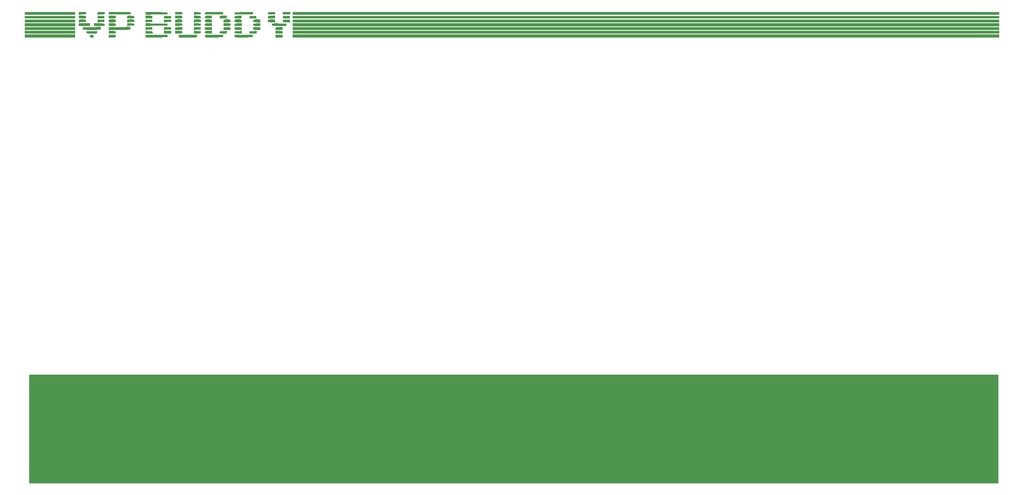
<source format=gbr>
%TF.GenerationSoftware,KiCad,Pcbnew,7.0.1-0*%
%TF.CreationDate,2023-05-06T11:58:54+02:00*%
%TF.ProjectId,video_patch_bay_top,76696465-6f5f-4706-9174-63685f626179,rev?*%
%TF.SameCoordinates,Original*%
%TF.FileFunction,Legend,Top*%
%TF.FilePolarity,Positive*%
%FSLAX46Y46*%
G04 Gerber Fmt 4.6, Leading zero omitted, Abs format (unit mm)*
G04 Created by KiCad (PCBNEW 7.0.1-0) date 2023-05-06 11:58:54*
%MOMM*%
%LPD*%
G01*
G04 APERTURE LIST*
%ADD10C,0.150000*%
G04 APERTURE END LIST*
D10*
X41456466Y-99822000D02*
X246484000Y-99822000D01*
X246484000Y-122656000D01*
X41456466Y-122656000D01*
X41456466Y-99822000D01*
G36*
X41456466Y-99822000D02*
G01*
X246484000Y-99822000D01*
X246484000Y-122656000D01*
X41456466Y-122656000D01*
X41456466Y-99822000D01*
G37*
%TO.C,G\u002A\u002A\u002A*%
G36*
X51092485Y-23267939D02*
G01*
X51092485Y-23575818D01*
X45743091Y-23575818D01*
X40393697Y-23575818D01*
X40393697Y-23267939D01*
X40393697Y-22960061D01*
X45743091Y-22960061D01*
X51092485Y-22960061D01*
X51092485Y-23267939D01*
G37*
G36*
X51092485Y-24076121D02*
G01*
X51092485Y-24345515D01*
X45743091Y-24345515D01*
X40393697Y-24345515D01*
X40393697Y-24076121D01*
X40393697Y-23806727D01*
X45743091Y-23806727D01*
X51092485Y-23806727D01*
X51092485Y-24076121D01*
G37*
G36*
X51092485Y-24845818D02*
G01*
X51092485Y-25115212D01*
X45743091Y-25115212D01*
X40393697Y-25115212D01*
X40393697Y-24845818D01*
X40393697Y-24576424D01*
X45743091Y-24576424D01*
X51092485Y-24576424D01*
X51092485Y-24845818D01*
G37*
G36*
X51092485Y-25654000D02*
G01*
X51092485Y-25961879D01*
X45743091Y-25961879D01*
X40393697Y-25961879D01*
X40393697Y-25654000D01*
X40393697Y-25346121D01*
X45743091Y-25346121D01*
X51092485Y-25346121D01*
X51092485Y-25654000D01*
G37*
G36*
X51092485Y-26462182D02*
G01*
X51092485Y-26731576D01*
X45743091Y-26731576D01*
X40393697Y-26731576D01*
X40393697Y-26462182D01*
X40393697Y-26192788D01*
X45743091Y-26192788D01*
X51092485Y-26192788D01*
X51092485Y-26462182D01*
G37*
G36*
X51092485Y-27231879D02*
G01*
X51092485Y-27501273D01*
X45743091Y-27501273D01*
X40393697Y-27501273D01*
X40393697Y-27231879D01*
X40393697Y-26962485D01*
X45743091Y-26962485D01*
X51092485Y-26962485D01*
X51092485Y-27231879D01*
G37*
G36*
X51092485Y-28040061D02*
G01*
X51092485Y-28347939D01*
X45743091Y-28347939D01*
X40393697Y-28347939D01*
X40393697Y-28040061D01*
X40393697Y-27732182D01*
X45743091Y-27732182D01*
X51092485Y-27732182D01*
X51092485Y-28040061D01*
G37*
G36*
X53387210Y-23210212D02*
G01*
X53363091Y-23460364D01*
X52612637Y-23482393D01*
X51862182Y-23504423D01*
X51862182Y-23232242D01*
X51862182Y-22960061D01*
X52636756Y-22960061D01*
X53411329Y-22960061D01*
X53387210Y-23210212D01*
G37*
G36*
X54171273Y-25615515D02*
G01*
X54171273Y-25884909D01*
X53016728Y-25884909D01*
X51862182Y-25884909D01*
X51862182Y-25615515D01*
X51862182Y-25346121D01*
X53016728Y-25346121D01*
X54171273Y-25346121D01*
X54171273Y-25615515D01*
G37*
G36*
X56153243Y-25363306D02*
G01*
X57288546Y-25384606D01*
X57312665Y-25634758D01*
X57336784Y-25884909D01*
X56177362Y-25884909D01*
X55017940Y-25884909D01*
X55017940Y-25613458D01*
X55017940Y-25342006D01*
X56153243Y-25363306D01*
G37*
G36*
X57288546Y-24807333D02*
G01*
X57288546Y-25076727D01*
X56533275Y-25098815D01*
X55778005Y-25120903D01*
X55802063Y-24829421D01*
X55826121Y-24537939D01*
X56557334Y-24537939D01*
X57288546Y-24537939D01*
X57288546Y-24807333D01*
G37*
G36*
X57312665Y-23210212D02*
G01*
X57288546Y-23460364D01*
X56538091Y-23482393D01*
X55787637Y-23504423D01*
X55787637Y-23232242D01*
X55787637Y-22960061D01*
X56562210Y-22960061D01*
X57336784Y-22960061D01*
X57312665Y-23210212D01*
G37*
G36*
X62849606Y-25362576D02*
G01*
X63600061Y-25384606D01*
X63600061Y-25615515D01*
X63600061Y-25846424D01*
X62849606Y-25868454D01*
X62099152Y-25890484D01*
X62099152Y-25615515D01*
X62099152Y-25340547D01*
X62849606Y-25362576D01*
G37*
G36*
X66698091Y-26978940D02*
G01*
X67448546Y-27000970D01*
X67472665Y-27251121D01*
X67496784Y-27501273D01*
X66722210Y-27501273D01*
X65947637Y-27501273D01*
X65947637Y-27229092D01*
X65947637Y-26956910D01*
X66698091Y-26978940D01*
G37*
G36*
X67448546Y-24807333D02*
G01*
X67448546Y-25076727D01*
X66693275Y-25098815D01*
X65938005Y-25120903D01*
X65962063Y-24829421D01*
X65986121Y-24537939D01*
X66717334Y-24537939D01*
X67448546Y-24537939D01*
X67448546Y-24807333D01*
G37*
G36*
X67448546Y-26423697D02*
G01*
X67448546Y-26693091D01*
X66693275Y-26715179D01*
X65938005Y-26737266D01*
X65962063Y-26445785D01*
X65986121Y-26154303D01*
X66717334Y-26154303D01*
X67448546Y-26154303D01*
X67448546Y-26423697D01*
G37*
G36*
X68275970Y-22978174D02*
G01*
X70604303Y-22998546D01*
X70604303Y-23229455D01*
X70604303Y-23460364D01*
X68275970Y-23480735D01*
X65947637Y-23501106D01*
X65947637Y-23229455D01*
X65947637Y-22957803D01*
X68275970Y-22978174D01*
G37*
G36*
X68275970Y-25364235D02*
G01*
X70604303Y-25384606D01*
X70604303Y-25615515D01*
X70604303Y-25846424D01*
X68275970Y-25866795D01*
X65947637Y-25887166D01*
X65947637Y-25615515D01*
X65947637Y-25343864D01*
X68275970Y-25364235D01*
G37*
G36*
X70604303Y-28040061D02*
G01*
X70604303Y-28309455D01*
X68271256Y-28329833D01*
X65938209Y-28350211D01*
X65962165Y-28060439D01*
X65986121Y-27770667D01*
X68295212Y-27770667D01*
X70604303Y-27770667D01*
X70604303Y-28040061D01*
G37*
G36*
X71374000Y-24807333D02*
G01*
X71374000Y-25076727D01*
X70618730Y-25098815D01*
X69863459Y-25120903D01*
X69887518Y-24829421D01*
X69911576Y-24537939D01*
X70642788Y-24537939D01*
X71374000Y-24537939D01*
X71374000Y-24807333D01*
G37*
G36*
X71374000Y-26423697D02*
G01*
X71374000Y-26693091D01*
X70618730Y-26715179D01*
X69863459Y-26737266D01*
X69887518Y-26445785D01*
X69911576Y-26154303D01*
X70642788Y-26154303D01*
X71374000Y-26154303D01*
X71374000Y-26423697D01*
G37*
G36*
X71412485Y-27231879D02*
G01*
X71412485Y-27501273D01*
X70642788Y-27501273D01*
X69873091Y-27501273D01*
X69873091Y-27231879D01*
X69873091Y-26962485D01*
X70642788Y-26962485D01*
X71412485Y-26962485D01*
X71412485Y-27231879D01*
G37*
G36*
X76935061Y-22976516D02*
G01*
X77685515Y-22998546D01*
X77685515Y-23229455D01*
X77685515Y-23460364D01*
X76935061Y-23482393D01*
X76184606Y-23504423D01*
X76184606Y-23229455D01*
X76184606Y-22954486D01*
X76935061Y-22976516D01*
G37*
G36*
X76935061Y-25362576D02*
G01*
X77685515Y-25384606D01*
X77685515Y-25615515D01*
X77685515Y-25846424D01*
X76935061Y-25868454D01*
X76184606Y-25890484D01*
X76184606Y-25615515D01*
X76184606Y-25340547D01*
X76935061Y-25362576D01*
G37*
G36*
X76935061Y-26978940D02*
G01*
X77685515Y-27000970D01*
X77685515Y-27231879D01*
X77685515Y-27462788D01*
X76935061Y-27484818D01*
X76184606Y-27506847D01*
X76184606Y-27231879D01*
X76184606Y-26956910D01*
X76935061Y-26978940D01*
G37*
G36*
X77685515Y-26423697D02*
G01*
X77685515Y-26693091D01*
X76930245Y-26715179D01*
X76174974Y-26737266D01*
X76199033Y-26445785D01*
X76223091Y-26154303D01*
X76954303Y-26154303D01*
X77685515Y-26154303D01*
X77685515Y-26423697D01*
G37*
G36*
X86344606Y-25612728D02*
G01*
X86344606Y-25884909D01*
X85570033Y-25884909D01*
X84795459Y-25884909D01*
X84819578Y-25634758D01*
X84843697Y-25384606D01*
X85594152Y-25362576D01*
X86344606Y-25340547D01*
X86344606Y-25612728D01*
G37*
G36*
X89500364Y-27229092D02*
G01*
X89500364Y-27501273D01*
X88725790Y-27501273D01*
X87951217Y-27501273D01*
X87975336Y-27251121D01*
X87999455Y-27000970D01*
X88749909Y-26978940D01*
X89500364Y-26956910D01*
X89500364Y-27229092D01*
G37*
G36*
X246749455Y-23267939D02*
G01*
X246749455Y-23575818D01*
X171934909Y-23575818D01*
X97120364Y-23575818D01*
X97120364Y-23267939D01*
X97120364Y-22960061D01*
X171934909Y-22960061D01*
X246749455Y-22960061D01*
X246749455Y-23267939D01*
G37*
G36*
X246749455Y-24076121D02*
G01*
X246749455Y-24345515D01*
X171934909Y-24345515D01*
X97120364Y-24345515D01*
X97120364Y-24076121D01*
X97120364Y-23806727D01*
X171934909Y-23806727D01*
X246749455Y-23806727D01*
X246749455Y-24076121D01*
G37*
G36*
X246749455Y-24845818D02*
G01*
X246749455Y-25115212D01*
X171934909Y-25115212D01*
X97120364Y-25115212D01*
X97120364Y-24845818D01*
X97120364Y-24576424D01*
X171934909Y-24576424D01*
X246749455Y-24576424D01*
X246749455Y-24845818D01*
G37*
G36*
X246749455Y-25654000D02*
G01*
X246749455Y-25961879D01*
X171934909Y-25961879D01*
X97120364Y-25961879D01*
X97120364Y-25654000D01*
X97120364Y-25346121D01*
X171934909Y-25346121D01*
X246749455Y-25346121D01*
X246749455Y-25654000D01*
G37*
G36*
X246749455Y-26462182D02*
G01*
X246749455Y-26731576D01*
X171934909Y-26731576D01*
X97120364Y-26731576D01*
X97120364Y-26462182D01*
X97120364Y-26192788D01*
X171934909Y-26192788D01*
X246749455Y-26192788D01*
X246749455Y-26462182D01*
G37*
G36*
X246749455Y-27231879D02*
G01*
X246749455Y-27501273D01*
X171934909Y-27501273D01*
X97120364Y-27501273D01*
X97120364Y-27231879D01*
X97120364Y-26962485D01*
X171934909Y-26962485D01*
X246749455Y-26962485D01*
X246749455Y-27231879D01*
G37*
G36*
X246749455Y-28040061D02*
G01*
X246749455Y-28347939D01*
X171934909Y-28347939D01*
X97120364Y-28347939D01*
X97120364Y-28040061D01*
X97120364Y-27732182D01*
X171934909Y-27732182D01*
X246749455Y-27732182D01*
X246749455Y-28040061D01*
G37*
G36*
X53140467Y-24520352D02*
G01*
X53300072Y-24567102D01*
X53375615Y-24653814D01*
X53390107Y-24788436D01*
X53387013Y-24829217D01*
X53363091Y-25076727D01*
X52607821Y-25098815D01*
X51852550Y-25120903D01*
X51876609Y-24829421D01*
X51900667Y-24537939D01*
X52477033Y-24514955D01*
X52873791Y-24505619D01*
X53140467Y-24520352D01*
G37*
G36*
X96581576Y-23229455D02*
G01*
X96581576Y-23498849D01*
X95863192Y-23498849D01*
X95544563Y-23493674D01*
X95286528Y-23479795D01*
X95126098Y-23459680D01*
X95093495Y-23447535D01*
X95055896Y-23339878D01*
X95042182Y-23178141D01*
X95042182Y-22960061D01*
X95811879Y-22960061D01*
X96581576Y-22960061D01*
X96581576Y-23229455D01*
G37*
G36*
X52612637Y-23746213D02*
G01*
X53363091Y-23768243D01*
X53363091Y-24037636D01*
X53363091Y-24307030D01*
X52666633Y-24328956D01*
X52352794Y-24333048D01*
X52099409Y-24325533D01*
X51944298Y-24308027D01*
X51916178Y-24296885D01*
X51879246Y-24189372D01*
X51862300Y-24000792D01*
X51862182Y-23983536D01*
X51862182Y-23724183D01*
X52612637Y-23746213D01*
G37*
G36*
X66698091Y-23746213D02*
G01*
X67448546Y-23768243D01*
X67448546Y-24037636D01*
X67448546Y-24307030D01*
X66752087Y-24328956D01*
X66438248Y-24333048D01*
X66184864Y-24325533D01*
X66029753Y-24308027D01*
X66001633Y-24296885D01*
X65964701Y-24189372D01*
X65947754Y-24000792D01*
X65947637Y-23983536D01*
X65947637Y-23724183D01*
X66698091Y-23746213D01*
G37*
G36*
X76935061Y-23746213D02*
G01*
X77685515Y-23768243D01*
X77685515Y-24037636D01*
X77685515Y-24307030D01*
X76989057Y-24328956D01*
X76675218Y-24333048D01*
X76421833Y-24325533D01*
X76266722Y-24308027D01*
X76238603Y-24296885D01*
X76201671Y-24189372D01*
X76184724Y-24000792D01*
X76184606Y-23983536D01*
X76184606Y-23724183D01*
X76935061Y-23746213D01*
G37*
G36*
X54568462Y-27746286D02*
G01*
X54585092Y-27747474D01*
X54787204Y-27771444D01*
X54882605Y-27832418D01*
X54918405Y-27973442D01*
X54926374Y-28059303D01*
X54950263Y-28347939D01*
X54604896Y-28347939D01*
X54376232Y-28332988D01*
X54262421Y-28279240D01*
X54231671Y-28213243D01*
X54222499Y-28027700D01*
X54235755Y-27901413D01*
X54275508Y-27789226D01*
X54370835Y-27744380D01*
X54568462Y-27746286D01*
G37*
G36*
X59242922Y-25349428D02*
G01*
X59462409Y-25363077D01*
X59588338Y-25392662D01*
X59650862Y-25443776D01*
X59671165Y-25489217D01*
X59705356Y-25658364D01*
X59667493Y-25772263D01*
X59537529Y-25841155D01*
X59295418Y-25875283D01*
X58921113Y-25884889D01*
X58896674Y-25884909D01*
X58173697Y-25884909D01*
X58173697Y-25615515D01*
X58173697Y-25346121D01*
X58899723Y-25346121D01*
X59242922Y-25349428D01*
G37*
G36*
X59242922Y-26965792D02*
G01*
X59462409Y-26979441D01*
X59588338Y-27009026D01*
X59650862Y-27060139D01*
X59671165Y-27105581D01*
X59705356Y-27274728D01*
X59667493Y-27388626D01*
X59537529Y-27457519D01*
X59295418Y-27491647D01*
X58921113Y-27501252D01*
X58896674Y-27501273D01*
X58173697Y-27501273D01*
X58173697Y-27231879D01*
X58173697Y-26962485D01*
X58899723Y-26962485D01*
X59242922Y-26965792D01*
G37*
G36*
X63423765Y-24547884D02*
G01*
X63569614Y-24625814D01*
X63625609Y-24756692D01*
X63623195Y-24877715D01*
X63607179Y-24968880D01*
X63565226Y-25027830D01*
X63468100Y-25062871D01*
X63286567Y-25082304D01*
X62991392Y-25094435D01*
X62844790Y-25098815D01*
X62089520Y-25120903D01*
X62113578Y-24829421D01*
X62137637Y-24537939D01*
X62780096Y-24515464D01*
X63167460Y-24514051D01*
X63423765Y-24547884D01*
G37*
G36*
X73604574Y-24551720D02*
G01*
X73745362Y-24633342D01*
X73789171Y-24769605D01*
X73767189Y-24921788D01*
X73738367Y-25011306D01*
X73685912Y-25067814D01*
X73579107Y-25098902D01*
X73387235Y-25112158D01*
X73079578Y-25115170D01*
X72984251Y-25115212D01*
X72249859Y-25115212D01*
X72273748Y-24826576D01*
X72297637Y-24537939D01*
X72959352Y-24515872D01*
X73348630Y-24515608D01*
X73604574Y-24551720D01*
G37*
G36*
X77509220Y-24547884D02*
G01*
X77655069Y-24625814D01*
X77711063Y-24756692D01*
X77708649Y-24877715D01*
X77692634Y-24968880D01*
X77650680Y-25027830D01*
X77553554Y-25062871D01*
X77372021Y-25082304D01*
X77076847Y-25094435D01*
X76930245Y-25098815D01*
X76174974Y-25120903D01*
X76199033Y-24829421D01*
X76223091Y-24537939D01*
X76865551Y-24515464D01*
X77252915Y-24514051D01*
X77509220Y-24547884D01*
G37*
G36*
X80033091Y-25615515D02*
G01*
X80033091Y-25884909D01*
X79310114Y-25884909D01*
X78947084Y-25878917D01*
X78713849Y-25858700D01*
X78586646Y-25820903D01*
X78545681Y-25776878D01*
X78529951Y-25616508D01*
X78546424Y-25507485D01*
X78577750Y-25431929D01*
X78644138Y-25384476D01*
X78776191Y-25358667D01*
X79004511Y-25348042D01*
X79310856Y-25346121D01*
X80033091Y-25346121D01*
X80033091Y-25615515D01*
G37*
G36*
X80033091Y-27231879D02*
G01*
X80033091Y-27501273D01*
X79310114Y-27501273D01*
X78947084Y-27495280D01*
X78713849Y-27475064D01*
X78586646Y-27437266D01*
X78545681Y-27393242D01*
X78529951Y-27232871D01*
X78546424Y-27123848D01*
X78577750Y-27048292D01*
X78644138Y-27000840D01*
X78776191Y-26975031D01*
X79004511Y-26964405D01*
X79310856Y-26962485D01*
X80033091Y-26962485D01*
X80033091Y-27231879D01*
G37*
G36*
X83188849Y-27229092D02*
G01*
X83188849Y-27501273D01*
X82455221Y-27501273D01*
X82092754Y-27495772D01*
X81858910Y-27476888D01*
X81728686Y-27441045D01*
X81679014Y-27390314D01*
X81655572Y-27219398D01*
X81663079Y-27140163D01*
X81693735Y-27074773D01*
X81774710Y-27031424D01*
X81934525Y-27004190D01*
X82201701Y-26987148D01*
X82439286Y-26978940D01*
X83188849Y-26956910D01*
X83188849Y-27229092D01*
G37*
G36*
X83557208Y-25348706D02*
G01*
X83772752Y-25360766D01*
X83895590Y-25388762D01*
X83956325Y-25439152D01*
X83982789Y-25507485D01*
X84010691Y-25671298D01*
X83977542Y-25779938D01*
X83861093Y-25844401D01*
X83639096Y-25875682D01*
X83289300Y-25884778D01*
X83219099Y-25884909D01*
X82496121Y-25884909D01*
X82496121Y-25615515D01*
X82496121Y-25346121D01*
X83218356Y-25346121D01*
X83557208Y-25348706D01*
G37*
G36*
X86344606Y-27229092D02*
G01*
X86344606Y-27501273D01*
X85610978Y-27501273D01*
X85248512Y-27495772D01*
X85014668Y-27476888D01*
X84884443Y-27441045D01*
X84834772Y-27390314D01*
X84811330Y-27219398D01*
X84818837Y-27140163D01*
X84849493Y-27074773D01*
X84930468Y-27031424D01*
X85090283Y-27004190D01*
X85357458Y-26987148D01*
X85595043Y-26978940D01*
X86344606Y-26956910D01*
X86344606Y-27229092D01*
G37*
G36*
X89569860Y-24515872D02*
G01*
X90231576Y-24537939D01*
X90255465Y-24826576D01*
X90279353Y-25115212D01*
X89544961Y-25115212D01*
X89204660Y-25113539D01*
X88987579Y-25103458D01*
X88863001Y-25077383D01*
X88800208Y-25027724D01*
X88768483Y-24946893D01*
X88762023Y-24921788D01*
X88742105Y-24735931D01*
X88804816Y-24611928D01*
X88968332Y-24540644D01*
X89250831Y-24512948D01*
X89569860Y-24515872D01*
G37*
G36*
X90270061Y-25612728D02*
G01*
X90270061Y-25884909D01*
X89536433Y-25884909D01*
X89173966Y-25879409D01*
X88940122Y-25860524D01*
X88809898Y-25824681D01*
X88760226Y-25773951D01*
X88736784Y-25603034D01*
X88744291Y-25523799D01*
X88774948Y-25458410D01*
X88855922Y-25415060D01*
X89015737Y-25387826D01*
X89282913Y-25370785D01*
X89520498Y-25362576D01*
X90270061Y-25340547D01*
X90270061Y-25612728D01*
G37*
G36*
X93425818Y-23226667D02*
G01*
X93425818Y-23498849D01*
X92692191Y-23498849D01*
X92329724Y-23493348D01*
X92095880Y-23474463D01*
X91965656Y-23438621D01*
X91915984Y-23387890D01*
X91892542Y-23216974D01*
X91900049Y-23137739D01*
X91930705Y-23072349D01*
X92011680Y-23028999D01*
X92171495Y-23001766D01*
X92438670Y-22984724D01*
X92676256Y-22976516D01*
X93425818Y-22954486D01*
X93425818Y-23226667D01*
G37*
G36*
X59413993Y-24515918D02*
G01*
X59534937Y-24545175D01*
X59604388Y-24602164D01*
X59636107Y-24653367D01*
X59685381Y-24844006D01*
X59673684Y-24964180D01*
X59636914Y-25034884D01*
X59560746Y-25079424D01*
X59414738Y-25103706D01*
X59168447Y-25113633D01*
X58895076Y-25115212D01*
X58164405Y-25115212D01*
X58188293Y-24826576D01*
X58212182Y-24537939D01*
X58881388Y-24515763D01*
X59207497Y-24508184D01*
X59413993Y-24515918D01*
G37*
G36*
X59455458Y-27743940D02*
G01*
X59573394Y-27767467D01*
X59631714Y-27817573D01*
X59661827Y-27901251D01*
X59665499Y-27915721D01*
X59697869Y-28101393D01*
X59669644Y-28225205D01*
X59558972Y-28299366D01*
X59344002Y-28336087D01*
X59002884Y-28347578D01*
X58892028Y-28347939D01*
X58164405Y-28347939D01*
X58188293Y-28059303D01*
X58212182Y-27770667D01*
X58915113Y-27748656D01*
X59246500Y-27740000D01*
X59455458Y-27743940D01*
G37*
G36*
X73328099Y-25347941D02*
G01*
X73544143Y-25358367D01*
X73667810Y-25384849D01*
X73729877Y-25434836D01*
X73761124Y-25515778D01*
X73765841Y-25534171D01*
X73783873Y-25709029D01*
X73762764Y-25803565D01*
X73664322Y-25841910D01*
X73440881Y-25869641D01*
X73121194Y-25883746D01*
X72985821Y-25884909D01*
X72259152Y-25884909D01*
X72259152Y-25615515D01*
X72259152Y-25346121D01*
X72988897Y-25346121D01*
X73328099Y-25347941D01*
G37*
G36*
X73328099Y-26964305D02*
G01*
X73544143Y-26974731D01*
X73667810Y-27001213D01*
X73729877Y-27051200D01*
X73761124Y-27132142D01*
X73765841Y-27150535D01*
X73783873Y-27325393D01*
X73762764Y-27419928D01*
X73664322Y-27458274D01*
X73440881Y-27486005D01*
X73121194Y-27500110D01*
X72985821Y-27501273D01*
X72259152Y-27501273D01*
X72259152Y-27231879D01*
X72259152Y-26962485D01*
X72988897Y-26962485D01*
X73328099Y-26964305D01*
G37*
G36*
X73333543Y-22968428D02*
G01*
X73595539Y-22991521D01*
X73743059Y-23026332D01*
X73762764Y-23041405D01*
X73784296Y-23172952D01*
X73765841Y-23310799D01*
X73736869Y-23398091D01*
X73682606Y-23453089D01*
X73572272Y-23483245D01*
X73375089Y-23496006D01*
X73060278Y-23498823D01*
X72988897Y-23498849D01*
X72259152Y-23498849D01*
X72259152Y-23229455D01*
X72259152Y-22960061D01*
X72985821Y-22960061D01*
X73333543Y-22968428D01*
G37*
G36*
X73549964Y-26130097D02*
G01*
X73670818Y-26154799D01*
X73731823Y-26204125D01*
X73759170Y-26266950D01*
X73778364Y-26471747D01*
X73760061Y-26577636D01*
X73723640Y-26649618D01*
X73649429Y-26694962D01*
X73506876Y-26719703D01*
X73265425Y-26729874D01*
X72980531Y-26731576D01*
X72249859Y-26731576D01*
X72273748Y-26442939D01*
X72297637Y-26154303D01*
X73003528Y-26132253D01*
X73337967Y-26124441D01*
X73549964Y-26130097D01*
G37*
G36*
X79171342Y-24511209D02*
G01*
X79325400Y-24515763D01*
X79994606Y-24537939D01*
X80018495Y-24826576D01*
X80042384Y-25115212D01*
X79315502Y-25115212D01*
X78975830Y-25112809D01*
X78759464Y-25101191D01*
X78635795Y-25073749D01*
X78574212Y-25023871D01*
X78545111Y-24948829D01*
X78543033Y-24748121D01*
X78578897Y-24638016D01*
X78633939Y-24568070D01*
X78728844Y-24527253D01*
X78896887Y-24510116D01*
X79171342Y-24511209D01*
G37*
G36*
X79171342Y-26127573D02*
G01*
X79325400Y-26132126D01*
X79994606Y-26154303D01*
X80018495Y-26442939D01*
X80042384Y-26731576D01*
X79315502Y-26731576D01*
X78975830Y-26729172D01*
X78759464Y-26717555D01*
X78635795Y-26690113D01*
X78574212Y-26640234D01*
X78545111Y-26565193D01*
X78543033Y-26364485D01*
X78578897Y-26254379D01*
X78633939Y-26184434D01*
X78728844Y-26143617D01*
X78896887Y-26126480D01*
X79171342Y-26127573D01*
G37*
G36*
X80018495Y-24018394D02*
G01*
X79994606Y-24307030D01*
X79292335Y-24329033D01*
X78959358Y-24336888D01*
X78749132Y-24331353D01*
X78630666Y-24306810D01*
X78572968Y-24257643D01*
X78549087Y-24194336D01*
X78533492Y-23986040D01*
X78548365Y-23883697D01*
X78580376Y-23811647D01*
X78650870Y-23766309D01*
X78790125Y-23741609D01*
X79028422Y-23731469D01*
X79315502Y-23729758D01*
X80042384Y-23729758D01*
X80018495Y-24018394D01*
G37*
G36*
X83174253Y-24018394D02*
G01*
X83150364Y-24307030D01*
X82444472Y-24329081D01*
X82110034Y-24336892D01*
X81898036Y-24331236D01*
X81777183Y-24306535D01*
X81716177Y-24257209D01*
X81688831Y-24194384D01*
X81669636Y-23989586D01*
X81687940Y-23883697D01*
X81724361Y-23811716D01*
X81798571Y-23766372D01*
X81941124Y-23741631D01*
X82182575Y-23731459D01*
X82467470Y-23729758D01*
X83198141Y-23729758D01*
X83174253Y-24018394D01*
G37*
G36*
X83740995Y-24517530D02*
G01*
X83862398Y-24547794D01*
X83930042Y-24604912D01*
X83950316Y-24638016D01*
X83995103Y-24830207D01*
X83984102Y-24948829D01*
X83953307Y-25026436D01*
X83889785Y-25075267D01*
X83762924Y-25101932D01*
X83542114Y-25113043D01*
X83213710Y-25115212D01*
X82486829Y-25115212D01*
X82510718Y-24826576D01*
X82534606Y-24537939D01*
X83203813Y-24515763D01*
X83532557Y-24508669D01*
X83740995Y-24517530D01*
G37*
G36*
X83740995Y-26133893D02*
G01*
X83862398Y-26164158D01*
X83930042Y-26221276D01*
X83950316Y-26254379D01*
X83995103Y-26446571D01*
X83984102Y-26565193D01*
X83953307Y-26642800D01*
X83889785Y-26691631D01*
X83762924Y-26718296D01*
X83542114Y-26729407D01*
X83213710Y-26731576D01*
X82486829Y-26731576D01*
X82510718Y-26442939D01*
X82534606Y-26154303D01*
X83203813Y-26132126D01*
X83532557Y-26125032D01*
X83740995Y-26133893D01*
G37*
G36*
X85717616Y-24514475D02*
G01*
X85729755Y-24514955D01*
X86306121Y-24537939D01*
X86330010Y-24826576D01*
X86353899Y-25115212D01*
X85630869Y-25115212D01*
X85311181Y-25110070D01*
X85052017Y-25096273D01*
X84890245Y-25076263D01*
X84856525Y-25063899D01*
X84818827Y-24956156D01*
X84805212Y-24795972D01*
X84825844Y-24660779D01*
X84903603Y-24572266D01*
X85062287Y-24523200D01*
X85325693Y-24506347D01*
X85717616Y-24514475D01*
G37*
G36*
X86330010Y-26442939D02*
G01*
X86353899Y-26731576D01*
X85615625Y-26731576D01*
X85250830Y-26726014D01*
X85015132Y-26707028D01*
X84884012Y-26671165D01*
X84835195Y-26621719D01*
X84811593Y-26459664D01*
X84818368Y-26333083D01*
X84837715Y-26250161D01*
X84887143Y-26197874D01*
X84996482Y-26169172D01*
X85195564Y-26157005D01*
X85514220Y-26154323D01*
X85574909Y-26154303D01*
X86306121Y-26154303D01*
X86330010Y-26442939D01*
G37*
G36*
X88692182Y-28040061D02*
G01*
X88692182Y-28309455D01*
X86785284Y-28330046D01*
X86182101Y-28335347D01*
X85715719Y-28336093D01*
X85369044Y-28331490D01*
X85124984Y-28320743D01*
X84966447Y-28303058D01*
X84876339Y-28277641D01*
X84837568Y-28243696D01*
X84835712Y-28239431D01*
X84811689Y-28076125D01*
X84818368Y-27949446D01*
X84843697Y-27770667D01*
X86767940Y-27770667D01*
X88692182Y-27770667D01*
X88692182Y-28040061D01*
G37*
G36*
X89525684Y-26132253D02*
G01*
X90231576Y-26154303D01*
X90255465Y-26442939D01*
X90279353Y-26731576D01*
X89548682Y-26731576D01*
X89206116Y-26728716D01*
X88986890Y-26716113D01*
X88860450Y-26687734D01*
X88796243Y-26637545D01*
X88769152Y-26577636D01*
X88751129Y-26373899D01*
X88770043Y-26266950D01*
X88805308Y-26193237D01*
X88874727Y-26148729D01*
X89009596Y-26127846D01*
X89241212Y-26125011D01*
X89525684Y-26132253D01*
G37*
G36*
X92798828Y-24514475D02*
G01*
X92810967Y-24514955D01*
X93387334Y-24537939D01*
X93411222Y-24826576D01*
X93435111Y-25115212D01*
X92712081Y-25115212D01*
X92392393Y-25110070D01*
X92133229Y-25096273D01*
X91971458Y-25076263D01*
X91937738Y-25063899D01*
X91900039Y-24956156D01*
X91886424Y-24795972D01*
X91907056Y-24660779D01*
X91984816Y-24572266D01*
X92143499Y-24523200D01*
X92406905Y-24506347D01*
X92798828Y-24514475D01*
G37*
G36*
X94571735Y-26964305D02*
G01*
X94787780Y-26974731D01*
X94911446Y-27001213D01*
X94973514Y-27051200D01*
X95004760Y-27132142D01*
X95009477Y-27150535D01*
X95027509Y-27325393D01*
X95006401Y-27419928D01*
X94907958Y-27458274D01*
X94684517Y-27486005D01*
X94364830Y-27500110D01*
X94229458Y-27501273D01*
X93502788Y-27501273D01*
X93502788Y-27231879D01*
X93502788Y-26962485D01*
X94232534Y-26962485D01*
X94571735Y-26964305D01*
G37*
G36*
X94793601Y-26130097D02*
G01*
X94914454Y-26154799D01*
X94975459Y-26204125D01*
X95002806Y-26266950D01*
X95022001Y-26471747D01*
X95003697Y-26577636D01*
X94967276Y-26649618D01*
X94893066Y-26694962D01*
X94750512Y-26719703D01*
X94509062Y-26729874D01*
X94224167Y-26731576D01*
X93493496Y-26731576D01*
X93517384Y-26442939D01*
X93541273Y-26154303D01*
X94247165Y-26132253D01*
X94581603Y-26124441D01*
X94793601Y-26130097D01*
G37*
G36*
X94793601Y-27746461D02*
G01*
X94914454Y-27771162D01*
X94975459Y-27820488D01*
X95002806Y-27883313D01*
X95022001Y-28088111D01*
X95003697Y-28194000D01*
X94967276Y-28265981D01*
X94893066Y-28311326D01*
X94750512Y-28336066D01*
X94509062Y-28346238D01*
X94224167Y-28347939D01*
X93493496Y-28347939D01*
X93517384Y-28059303D01*
X93541273Y-27770667D01*
X94247165Y-27748616D01*
X94581603Y-27740805D01*
X94793601Y-27746461D01*
G37*
G36*
X96566980Y-24826576D02*
G01*
X96590869Y-25115212D01*
X95852594Y-25115212D01*
X95487800Y-25109650D01*
X95252102Y-25090664D01*
X95120982Y-25054801D01*
X95072164Y-25005355D01*
X95048563Y-24843301D01*
X95055338Y-24716719D01*
X95074685Y-24633798D01*
X95124113Y-24581511D01*
X95233452Y-24552808D01*
X95432534Y-24540641D01*
X95751190Y-24537959D01*
X95811879Y-24537939D01*
X96543091Y-24537939D01*
X96566980Y-24826576D01*
G37*
G36*
X57288546Y-24037636D02*
G01*
X57288546Y-24307030D01*
X56575275Y-24329178D01*
X56224581Y-24335181D01*
X55999979Y-24324750D01*
X55874187Y-24294618D01*
X55819921Y-24241518D01*
X55818734Y-24238564D01*
X55794224Y-24073810D01*
X55800792Y-23947022D01*
X55820140Y-23864101D01*
X55869567Y-23811814D01*
X55978907Y-23783111D01*
X56177988Y-23770944D01*
X56496645Y-23768262D01*
X56557334Y-23768243D01*
X57288546Y-23768243D01*
X57288546Y-24037636D01*
G37*
G36*
X62782441Y-26284964D02*
G01*
X62818839Y-26479947D01*
X62809900Y-26594008D01*
X62790908Y-26633254D01*
X62745863Y-26664264D01*
X62658381Y-26687999D01*
X62512085Y-26705423D01*
X62290592Y-26717497D01*
X61977523Y-26725186D01*
X61556496Y-26729452D01*
X61011132Y-26731257D01*
X60469165Y-26731576D01*
X58164405Y-26731576D01*
X58188293Y-26442939D01*
X58212182Y-26154303D01*
X60465595Y-26133895D01*
X62719007Y-26113487D01*
X62782441Y-26284964D01*
G37*
G36*
X71374000Y-24037636D02*
G01*
X71374000Y-24307030D01*
X70660730Y-24329178D01*
X70310036Y-24335181D01*
X70085434Y-24324750D01*
X69959641Y-24294618D01*
X69905375Y-24241518D01*
X69904188Y-24238564D01*
X69879679Y-24073810D01*
X69886247Y-23947022D01*
X69905594Y-23864101D01*
X69955022Y-23811814D01*
X70064361Y-23783111D01*
X70263443Y-23770944D01*
X70582099Y-23768262D01*
X70642788Y-23768243D01*
X71374000Y-23768243D01*
X71374000Y-24037636D01*
G37*
G36*
X86330180Y-24015549D02*
G01*
X86306121Y-24307030D01*
X85592851Y-24329178D01*
X85242157Y-24335181D01*
X85017555Y-24324750D01*
X84891762Y-24294618D01*
X84837496Y-24241518D01*
X84836310Y-24238564D01*
X84811800Y-24073810D01*
X84818368Y-23947022D01*
X84838154Y-23864898D01*
X84888987Y-23811521D01*
X85000164Y-23779352D01*
X85200982Y-23760851D01*
X85520736Y-23748481D01*
X85598968Y-23746155D01*
X86354238Y-23724067D01*
X86330180Y-24015549D01*
G37*
G36*
X89461879Y-24037636D02*
G01*
X89461879Y-24307030D01*
X88748609Y-24329178D01*
X88397914Y-24335181D01*
X88173312Y-24324750D01*
X88047520Y-24294618D01*
X87993254Y-24241518D01*
X87992067Y-24238564D01*
X87967558Y-24073810D01*
X87974125Y-23947022D01*
X87993473Y-23864101D01*
X88042901Y-23811814D01*
X88152240Y-23783111D01*
X88351322Y-23770944D01*
X88669978Y-23768262D01*
X88730667Y-23768243D01*
X89461879Y-23768243D01*
X89461879Y-24037636D01*
G37*
G36*
X93411392Y-24015549D02*
G01*
X93387334Y-24307030D01*
X92674063Y-24329178D01*
X92323369Y-24335181D01*
X92098767Y-24324750D01*
X91972975Y-24294618D01*
X91918709Y-24241518D01*
X91917522Y-24238564D01*
X91893012Y-24073810D01*
X91899580Y-23947022D01*
X91919366Y-23864898D01*
X91970199Y-23811521D01*
X92081376Y-23779352D01*
X92282194Y-23760851D01*
X92601948Y-23748481D01*
X92680180Y-23746155D01*
X93435450Y-23724067D01*
X93411392Y-24015549D01*
G37*
G36*
X96543091Y-24037636D02*
G01*
X96543091Y-24307030D01*
X95829821Y-24329178D01*
X95479126Y-24335181D01*
X95254525Y-24324750D01*
X95128732Y-24294618D01*
X95074466Y-24241518D01*
X95073279Y-24238564D01*
X95048770Y-24073810D01*
X95055338Y-23947022D01*
X95074685Y-23864101D01*
X95124113Y-23811814D01*
X95233452Y-23783111D01*
X95432534Y-23770944D01*
X95751190Y-23768262D01*
X95811879Y-23768243D01*
X96543091Y-23768243D01*
X96543091Y-24037636D01*
G37*
G36*
X62849606Y-23746213D02*
G01*
X63194569Y-23758331D01*
X63414999Y-23775238D01*
X63540278Y-23804490D01*
X63599788Y-23853642D01*
X63622911Y-23930250D01*
X63625212Y-23945661D01*
X63623519Y-24123718D01*
X63544522Y-24241977D01*
X63367280Y-24311018D01*
X63070853Y-24341418D01*
X62833768Y-24345515D01*
X62535433Y-24339652D01*
X62299152Y-24324063D01*
X62164873Y-24301747D01*
X62150465Y-24294202D01*
X62115400Y-24188706D01*
X62099270Y-24001254D01*
X62099152Y-23983536D01*
X62099152Y-23724183D01*
X62849606Y-23746213D01*
G37*
G36*
X73327926Y-23731458D02*
G01*
X73543845Y-23741668D01*
X73667484Y-23768049D01*
X73729670Y-23818262D01*
X73761231Y-23899968D01*
X73767189Y-23923181D01*
X73785307Y-24107692D01*
X73718048Y-24232027D01*
X73547085Y-24306196D01*
X73254092Y-24340204D01*
X72993768Y-24345515D01*
X72695433Y-24339652D01*
X72459152Y-24324063D01*
X72324873Y-24301747D01*
X72310465Y-24294202D01*
X72275244Y-24188573D01*
X72259241Y-24001563D01*
X72259152Y-23986323D01*
X72259152Y-23729758D01*
X72988897Y-23729758D01*
X73327926Y-23731458D01*
G37*
G36*
X59241470Y-23732757D02*
G01*
X59459877Y-23745727D01*
X59585489Y-23774630D01*
X59648853Y-23825426D01*
X59673684Y-23880790D01*
X59677539Y-24068855D01*
X59637677Y-24188668D01*
X59578761Y-24266737D01*
X59481660Y-24313808D01*
X59311578Y-24337433D01*
X59033719Y-24345164D01*
X58915030Y-24345515D01*
X58615073Y-24339712D01*
X58377046Y-24324271D01*
X58240644Y-24302143D01*
X58225010Y-24294202D01*
X58189790Y-24188573D01*
X58173786Y-24001563D01*
X58173697Y-23986323D01*
X58173697Y-23729758D01*
X58899723Y-23729758D01*
X59241470Y-23732757D01*
G37*
G36*
X93972397Y-25359862D02*
G01*
X94262637Y-25363768D01*
X95773394Y-25384606D01*
X95797513Y-25634758D01*
X95821632Y-25884909D01*
X94285597Y-25884909D01*
X93744908Y-25883058D01*
X93339830Y-25876670D01*
X93052069Y-25864492D01*
X92863332Y-25845270D01*
X92755325Y-25817754D01*
X92709755Y-25780689D01*
X92708106Y-25776878D01*
X92692496Y-25616848D01*
X92709265Y-25505889D01*
X92728701Y-25450167D01*
X92767427Y-25409210D01*
X92846071Y-25381133D01*
X92985262Y-25364046D01*
X93205627Y-25356064D01*
X93527796Y-25355299D01*
X93972397Y-25359862D01*
G37*
G36*
X56525347Y-26306730D02*
G01*
X56555047Y-26434332D01*
X56561419Y-26533425D01*
X56528083Y-26607613D01*
X56438662Y-26660502D01*
X56276776Y-26695693D01*
X56026047Y-26716793D01*
X55670095Y-26727404D01*
X55192543Y-26731130D01*
X54594606Y-26731576D01*
X53991515Y-26730244D01*
X53525482Y-26725609D01*
X53179647Y-26716713D01*
X52937145Y-26702597D01*
X52781116Y-26682302D01*
X52694695Y-26654871D01*
X52661861Y-26621719D01*
X52638260Y-26459664D01*
X52645035Y-26333083D01*
X52670364Y-26154303D01*
X54573561Y-26133720D01*
X56476758Y-26113137D01*
X56525347Y-26306730D01*
G37*
G36*
X82419152Y-23229455D02*
G01*
X82419152Y-23498849D01*
X80503886Y-23498849D01*
X79912543Y-23498474D01*
X79456927Y-23496349D01*
X79118828Y-23490974D01*
X78880035Y-23480846D01*
X78722337Y-23464464D01*
X78627522Y-23440327D01*
X78577380Y-23406934D01*
X78553698Y-23362784D01*
X78546424Y-23337485D01*
X78520146Y-23224600D01*
X78518381Y-23136818D01*
X78557493Y-23070982D01*
X78653851Y-23023936D01*
X78823820Y-22992523D01*
X79083768Y-22973586D01*
X79450060Y-22963968D01*
X79939063Y-22960512D01*
X80503144Y-22960061D01*
X82419152Y-22960061D01*
X82419152Y-23229455D01*
G37*
G36*
X88716401Y-23208880D02*
G01*
X88692182Y-23460364D01*
X86785284Y-23480955D01*
X86182948Y-23486277D01*
X85717318Y-23487096D01*
X85371201Y-23482603D01*
X85127407Y-23471991D01*
X84968747Y-23454449D01*
X84878030Y-23429170D01*
X84838065Y-23395346D01*
X84835289Y-23389239D01*
X84811461Y-23216969D01*
X84818963Y-23137739D01*
X84836539Y-23094839D01*
X84882608Y-23061382D01*
X84974936Y-23035928D01*
X85131288Y-23017041D01*
X85369428Y-23003283D01*
X85707123Y-22993216D01*
X86162136Y-22985403D01*
X86752234Y-22978405D01*
X86793176Y-22977971D01*
X88740619Y-22957396D01*
X88716401Y-23208880D01*
G37*
G36*
X61131217Y-22960618D02*
G01*
X61651018Y-22962918D01*
X62049546Y-22967904D01*
X62343134Y-22976519D01*
X62548114Y-22989707D01*
X62680817Y-23008411D01*
X62757578Y-23033574D01*
X62794726Y-23066139D01*
X62806129Y-23094758D01*
X62818839Y-23291388D01*
X62809463Y-23364152D01*
X62791773Y-23402613D01*
X62746190Y-23433003D01*
X62656418Y-23456264D01*
X62506160Y-23473338D01*
X62279119Y-23485164D01*
X61958999Y-23492684D01*
X61529503Y-23496840D01*
X60974334Y-23498573D01*
X60477144Y-23498849D01*
X58173697Y-23498849D01*
X58173697Y-23229455D01*
X58173697Y-22960061D01*
X60473811Y-22960061D01*
X61131217Y-22960618D01*
G37*
G36*
X76338720Y-27743397D02*
G01*
X76574768Y-27751152D01*
X76730031Y-27766022D01*
X76822794Y-27789279D01*
X76871342Y-27822194D01*
X76893960Y-27866041D01*
X76899289Y-27884797D01*
X76914487Y-28093072D01*
X76899635Y-28194000D01*
X76881465Y-28241501D01*
X76842801Y-28278074D01*
X76765489Y-28305148D01*
X76631375Y-28324146D01*
X76422304Y-28336494D01*
X76120122Y-28343620D01*
X75706675Y-28346947D01*
X75163808Y-28347902D01*
X74939468Y-28347939D01*
X73019556Y-28347939D01*
X73043445Y-28059303D01*
X73067334Y-27770667D01*
X74963010Y-27750100D01*
X75551126Y-27744143D01*
X76003601Y-27741484D01*
X76338720Y-27743397D01*
G37*
G36*
X79718871Y-27742736D02*
G01*
X80255920Y-27747650D01*
X80484990Y-27750100D01*
X82380667Y-27770667D01*
X82380667Y-28040061D01*
X82380667Y-28309455D01*
X80484990Y-28330021D01*
X79896875Y-28335978D01*
X79444400Y-28338637D01*
X79109281Y-28336724D01*
X78873232Y-28328969D01*
X78717969Y-28314099D01*
X78625206Y-28290843D01*
X78576658Y-28257927D01*
X78554041Y-28214081D01*
X78548711Y-28195324D01*
X78533696Y-27986201D01*
X78548711Y-27884797D01*
X78566461Y-27836693D01*
X78603541Y-27799979D01*
X78678236Y-27773382D01*
X78808831Y-27755632D01*
X79013612Y-27745456D01*
X79310864Y-27741581D01*
X79718871Y-27742736D01*
G37*
G36*
X55320781Y-26973309D02*
G01*
X55524006Y-26983348D01*
X55643899Y-27005338D01*
X55703970Y-27041623D01*
X55727730Y-27094549D01*
X55727861Y-27095159D01*
X55736146Y-27292560D01*
X55724917Y-27366576D01*
X55698140Y-27419652D01*
X55631698Y-27456758D01*
X55501956Y-27480682D01*
X55285284Y-27494212D01*
X54958048Y-27500135D01*
X54583214Y-27501273D01*
X54132188Y-27498475D01*
X53813385Y-27488693D01*
X53605165Y-27469841D01*
X53485888Y-27439837D01*
X53433917Y-27396596D01*
X53431136Y-27390314D01*
X53407732Y-27219415D01*
X53415275Y-27140163D01*
X53438931Y-27085532D01*
X53501129Y-27046344D01*
X53625240Y-27019354D01*
X53834636Y-27001314D01*
X54152688Y-26988977D01*
X54570297Y-26979704D01*
X55010714Y-26972876D01*
X55320781Y-26973309D01*
G37*
%TD*%
M02*

</source>
